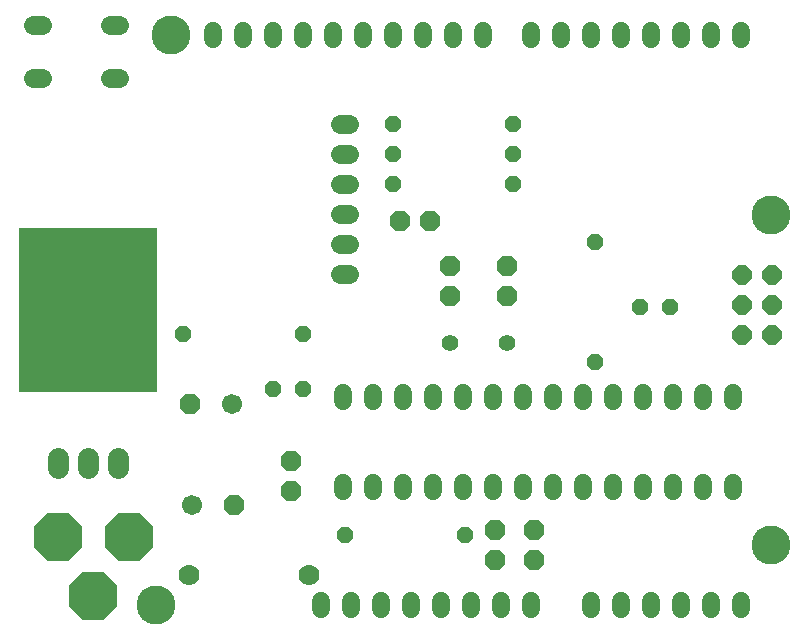
<source format=gts>
G75*
%MOIN*%
%OFA0B0*%
%FSLAX25Y25*%
%IPPOS*%
%LPD*%
%AMOC8*
5,1,8,0,0,1.08239X$1,22.5*
%
%ADD10C,0.12998*%
%ADD11R,0.46000X0.55000*%
%ADD12C,0.06000*%
%ADD13OC8,0.06502*%
%ADD14OC8,0.16148*%
%ADD15C,0.08077*%
%ADD16C,0.07000*%
%ADD17C,0.07000*%
%ADD18C,0.13400*%
%ADD19OC8,0.05600*%
%ADD20C,0.06400*%
%ADD21C,0.05600*%
%ADD22OC8,0.06700*%
%ADD23C,0.06700*%
%ADD24C,0.06337*%
D10*
X0136798Y0015500D03*
X0341798Y0035500D03*
X0341798Y0145500D03*
X0141798Y0205500D03*
D11*
X0114298Y0114000D03*
D12*
X0199298Y0086400D02*
X0199298Y0083600D01*
X0209298Y0083600D02*
X0209298Y0086400D01*
X0219298Y0086400D02*
X0219298Y0083600D01*
X0229298Y0083600D02*
X0229298Y0086400D01*
X0239298Y0086400D02*
X0239298Y0083600D01*
X0249298Y0083600D02*
X0249298Y0086400D01*
X0259298Y0086400D02*
X0259298Y0083600D01*
X0269298Y0083600D02*
X0269298Y0086400D01*
X0279298Y0086400D02*
X0279298Y0083600D01*
X0289298Y0083600D02*
X0289298Y0086400D01*
X0299298Y0086400D02*
X0299298Y0083600D01*
X0309298Y0083600D02*
X0309298Y0086400D01*
X0319298Y0086400D02*
X0319298Y0083600D01*
X0329298Y0083600D02*
X0329298Y0086400D01*
X0329298Y0056400D02*
X0329298Y0053600D01*
X0319298Y0053600D02*
X0319298Y0056400D01*
X0309298Y0056400D02*
X0309298Y0053600D01*
X0299298Y0053600D02*
X0299298Y0056400D01*
X0289298Y0056400D02*
X0289298Y0053600D01*
X0279298Y0053600D02*
X0279298Y0056400D01*
X0269298Y0056400D02*
X0269298Y0053600D01*
X0259298Y0053600D02*
X0259298Y0056400D01*
X0249298Y0056400D02*
X0249298Y0053600D01*
X0239298Y0053600D02*
X0239298Y0056400D01*
X0229298Y0056400D02*
X0229298Y0053600D01*
X0219298Y0053600D02*
X0219298Y0056400D01*
X0209298Y0056400D02*
X0209298Y0053600D01*
X0199298Y0053600D02*
X0199298Y0056400D01*
X0201798Y0016900D02*
X0201798Y0014100D01*
X0191798Y0014100D02*
X0191798Y0016900D01*
X0211798Y0016900D02*
X0211798Y0014100D01*
X0221798Y0014100D02*
X0221798Y0016900D01*
X0231798Y0016900D02*
X0231798Y0014100D01*
X0241798Y0014100D02*
X0241798Y0016900D01*
X0251798Y0016900D02*
X0251798Y0014100D01*
X0261798Y0014100D02*
X0261798Y0016900D01*
X0281798Y0016900D02*
X0281798Y0014100D01*
X0291798Y0014100D02*
X0291798Y0016900D01*
X0301798Y0016900D02*
X0301798Y0014100D01*
X0311798Y0014100D02*
X0311798Y0016900D01*
X0321798Y0016900D02*
X0321798Y0014100D01*
X0331798Y0014100D02*
X0331798Y0016900D01*
X0331798Y0204100D02*
X0331798Y0206900D01*
X0321798Y0206900D02*
X0321798Y0204100D01*
X0311798Y0204100D02*
X0311798Y0206900D01*
X0301798Y0206900D02*
X0301798Y0204100D01*
X0291798Y0204100D02*
X0291798Y0206900D01*
X0281798Y0206900D02*
X0281798Y0204100D01*
X0271798Y0204100D02*
X0271798Y0206900D01*
X0261798Y0206900D02*
X0261798Y0204100D01*
X0245798Y0204100D02*
X0245798Y0206900D01*
X0235798Y0206900D02*
X0235798Y0204100D01*
X0225798Y0204100D02*
X0225798Y0206900D01*
X0215798Y0206900D02*
X0215798Y0204100D01*
X0205798Y0204100D02*
X0205798Y0206900D01*
X0195798Y0206900D02*
X0195798Y0204100D01*
X0185798Y0204100D02*
X0185798Y0206900D01*
X0175798Y0206900D02*
X0175798Y0204100D01*
X0165798Y0204100D02*
X0165798Y0206900D01*
X0155798Y0206900D02*
X0155798Y0204100D01*
D13*
X0332298Y0125500D03*
X0342298Y0125500D03*
X0342298Y0115500D03*
X0332298Y0115500D03*
X0332298Y0105500D03*
X0342298Y0105500D03*
D14*
X0127798Y0038200D03*
X0104198Y0038200D03*
X0115998Y0018500D03*
D15*
X0104198Y0035200D03*
X0104198Y0041200D03*
X0127798Y0041200D03*
X0127798Y0035200D03*
X0118998Y0018500D03*
X0112998Y0018500D03*
D16*
X0147798Y0025500D03*
X0187798Y0025500D03*
D17*
X0124298Y0061350D02*
X0124298Y0064650D01*
X0114298Y0064650D02*
X0114298Y0061350D01*
X0104298Y0061350D02*
X0104298Y0064650D01*
D18*
X0114298Y0122000D03*
D19*
X0145798Y0106000D03*
X0175798Y0087500D03*
X0185798Y0087500D03*
X0185798Y0106000D03*
X0215798Y0156000D03*
X0215798Y0166000D03*
X0215798Y0176000D03*
X0255798Y0176000D03*
X0255798Y0166000D03*
X0255798Y0156000D03*
X0283298Y0136500D03*
X0298298Y0115000D03*
X0308298Y0115000D03*
X0283298Y0096500D03*
X0239798Y0039000D03*
X0199798Y0039000D03*
D20*
X0124598Y0191100D02*
X0121598Y0191100D01*
X0098998Y0191100D02*
X0095998Y0191100D01*
X0095998Y0208900D02*
X0098998Y0208900D01*
X0121598Y0208900D02*
X0124598Y0208900D01*
D21*
X0234798Y0103000D03*
X0253798Y0103000D03*
D22*
X0253798Y0118500D03*
X0253798Y0128500D03*
X0234798Y0128500D03*
X0234798Y0118500D03*
X0228298Y0143500D03*
X0218298Y0143500D03*
X0148298Y0082500D03*
X0181798Y0063500D03*
X0181798Y0053500D03*
X0162798Y0049000D03*
X0249798Y0040500D03*
X0262798Y0040500D03*
X0262798Y0030500D03*
X0249798Y0030500D03*
D23*
X0148798Y0049000D03*
X0162298Y0082500D03*
D24*
X0198314Y0126000D02*
X0201282Y0126000D01*
X0201282Y0136000D02*
X0198314Y0136000D01*
X0198314Y0146000D02*
X0201282Y0146000D01*
X0201282Y0156000D02*
X0198314Y0156000D01*
X0198314Y0166000D02*
X0201282Y0166000D01*
X0201282Y0176000D02*
X0198314Y0176000D01*
M02*

</source>
